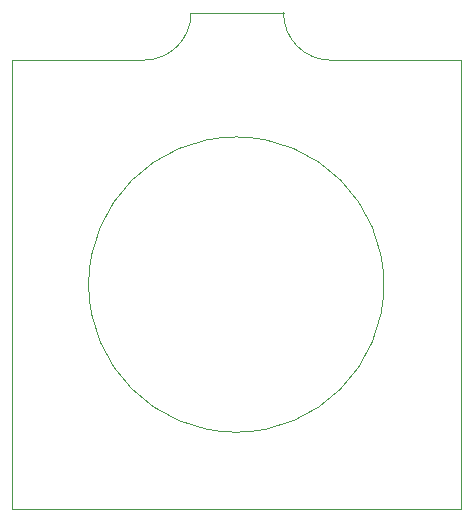
<source format=gm1>
%TF.GenerationSoftware,KiCad,Pcbnew,(6.0.1-0)*%
%TF.CreationDate,2022-03-28T18:36:01+02:00*%
%TF.ProjectId,Ring_Light_PCB,52696e67-5f4c-4696-9768-745f5043422e,1.0*%
%TF.SameCoordinates,Original*%
%TF.FileFunction,Profile,NP*%
%FSLAX46Y46*%
G04 Gerber Fmt 4.6, Leading zero omitted, Abs format (unit mm)*
G04 Created by KiCad (PCBNEW (6.0.1-0)) date 2022-03-28 18:36:01*
%MOMM*%
%LPD*%
G01*
G04 APERTURE LIST*
%TA.AperFunction,Profile*%
%ADD10C,0.100000*%
%TD*%
G04 APERTURE END LIST*
D10*
X143500000Y-89000000D02*
G75*
G03*
X143500000Y-89000000I-12500000J0D01*
G01*
X123171573Y-70000000D02*
G75*
G03*
X127171573Y-66000000I0J4000000D01*
G01*
X139000000Y-70000000D02*
X150000000Y-70000000D01*
X150000000Y-108000000D02*
X112000000Y-108000000D01*
X127171573Y-66000000D02*
X135000000Y-66000000D01*
X135000000Y-66000000D02*
G75*
G03*
X139000000Y-70000000I4000000J0D01*
G01*
X150000000Y-70000000D02*
X150000000Y-108000000D01*
X112000000Y-70000000D02*
X123171573Y-70000000D01*
X112000000Y-108000000D02*
X112000000Y-70000000D01*
M02*

</source>
